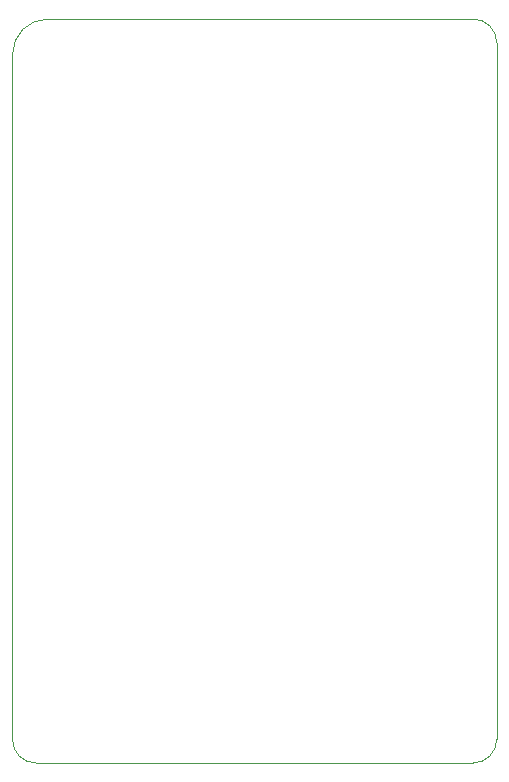
<source format=gbr>
%TF.GenerationSoftware,KiCad,Pcbnew,6.0.11-2627ca5db0~126~ubuntu22.04.1*%
%TF.CreationDate,2023-07-02T17:23:57-07:00*%
%TF.ProjectId,small-display,736d616c-6c2d-4646-9973-706c61792e6b,rev?*%
%TF.SameCoordinates,Original*%
%TF.FileFunction,Profile,NP*%
%FSLAX46Y46*%
G04 Gerber Fmt 4.6, Leading zero omitted, Abs format (unit mm)*
G04 Created by KiCad (PCBNEW 6.0.11-2627ca5db0~126~ubuntu22.04.1) date 2023-07-02 17:23:57*
%MOMM*%
%LPD*%
G01*
G04 APERTURE LIST*
%TA.AperFunction,Profile*%
%ADD10C,0.050000*%
%TD*%
G04 APERTURE END LIST*
D10*
X0Y-61000000D02*
G75*
G03*
X2000000Y-63000000I2000000J0D01*
G01*
X39000000Y-63000000D02*
G75*
G03*
X41000000Y-61000000I0J2000000D01*
G01*
X41000000Y-2000000D02*
G75*
G03*
X39000000Y0I-2000000J0D01*
G01*
X3000000Y0D02*
G75*
G03*
X0Y-3000000I0J-3000000D01*
G01*
X39000000Y-63000000D02*
X2000000Y-63000000D01*
X3000000Y0D02*
X39000000Y0D01*
X0Y-61000000D02*
X0Y-3000000D01*
X41000000Y-2000000D02*
X41000000Y-61000000D01*
M02*

</source>
